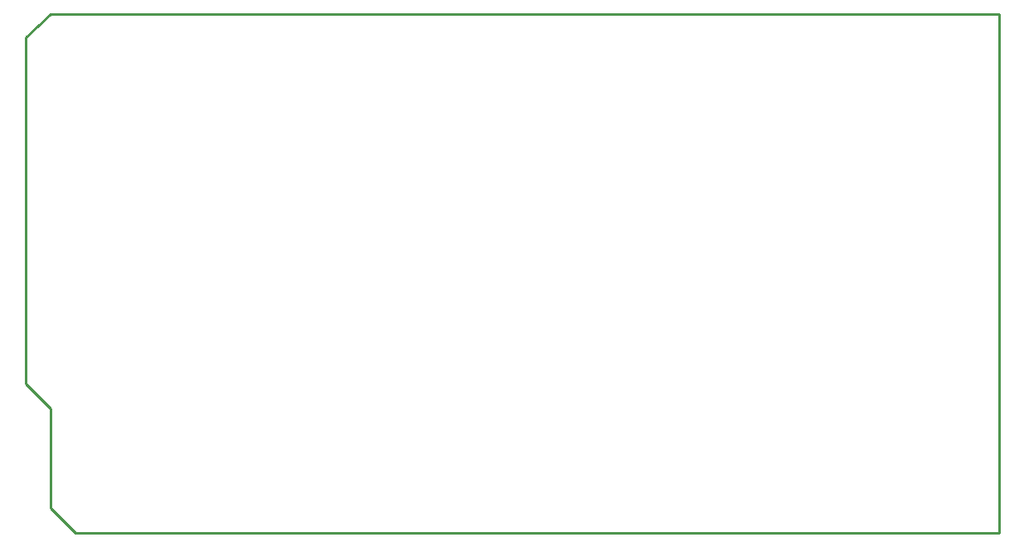
<source format=gbo>
G75*
%MOIN*%
%OFA0B0*%
%FSLAX25Y25*%
%IPPOS*%
%LPD*%
%AMOC8*
5,1,8,0,0,1.08239X$1,22.5*
%
%ADD10C,0.01000*%
D10*
X0023777Y0020657D02*
X0033777Y0010657D01*
X0404978Y0010657D01*
X0404978Y0219319D01*
X0023777Y0219319D01*
X0023748Y0219267D01*
X0013777Y0209968D01*
X0013777Y0070657D01*
X0023777Y0060657D01*
X0023777Y0020657D01*
M02*

</source>
